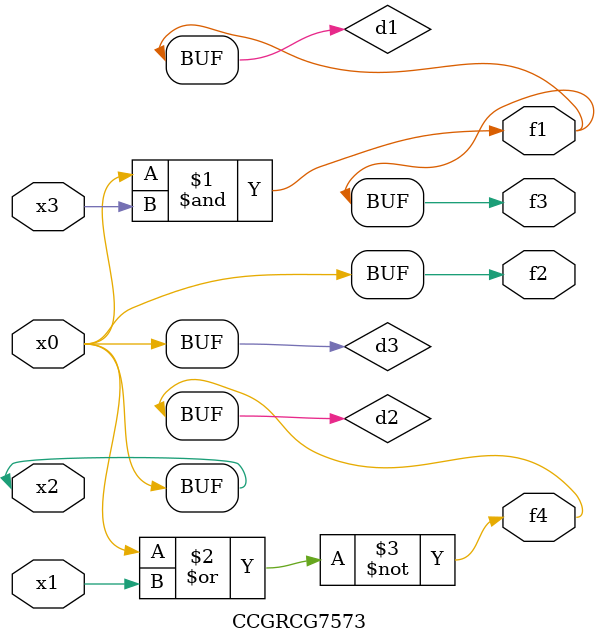
<source format=v>
module CCGRCG7573(
	input x0, x1, x2, x3,
	output f1, f2, f3, f4
);

	wire d1, d2, d3;

	and (d1, x2, x3);
	nor (d2, x0, x1);
	buf (d3, x0, x2);
	assign f1 = d1;
	assign f2 = d3;
	assign f3 = d1;
	assign f4 = d2;
endmodule

</source>
